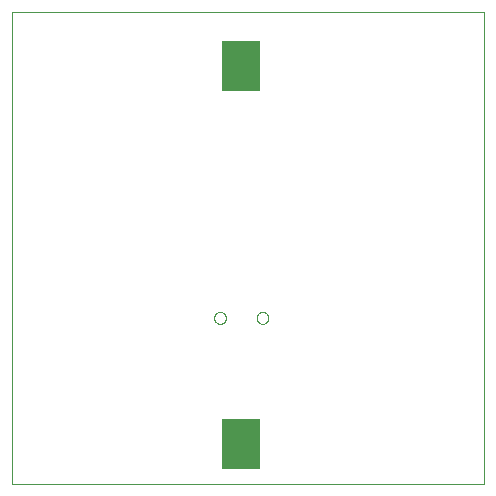
<source format=gbp>
G75*
%MOIN*%
%OFA0B0*%
%FSLAX25Y25*%
%IPPOS*%
%LPD*%
%AMOC8*
5,1,8,0,0,1.08239X$1,22.5*
%
%ADD10C,0.00000*%
%ADD11R,0.12800X0.17000*%
D10*
X0004867Y0001000D02*
X0004867Y0158480D01*
X0162347Y0158480D01*
X0162347Y0001000D01*
X0004867Y0001000D01*
X0072307Y0056433D02*
X0072309Y0056521D01*
X0072315Y0056609D01*
X0072325Y0056697D01*
X0072339Y0056785D01*
X0072356Y0056871D01*
X0072378Y0056957D01*
X0072403Y0057041D01*
X0072433Y0057125D01*
X0072465Y0057207D01*
X0072502Y0057287D01*
X0072542Y0057366D01*
X0072586Y0057443D01*
X0072633Y0057518D01*
X0072683Y0057590D01*
X0072737Y0057661D01*
X0072793Y0057728D01*
X0072853Y0057794D01*
X0072915Y0057856D01*
X0072981Y0057916D01*
X0073048Y0057972D01*
X0073119Y0058026D01*
X0073191Y0058076D01*
X0073266Y0058123D01*
X0073343Y0058167D01*
X0073422Y0058207D01*
X0073502Y0058244D01*
X0073584Y0058276D01*
X0073668Y0058306D01*
X0073752Y0058331D01*
X0073838Y0058353D01*
X0073924Y0058370D01*
X0074012Y0058384D01*
X0074100Y0058394D01*
X0074188Y0058400D01*
X0074276Y0058402D01*
X0074364Y0058400D01*
X0074452Y0058394D01*
X0074540Y0058384D01*
X0074628Y0058370D01*
X0074714Y0058353D01*
X0074800Y0058331D01*
X0074884Y0058306D01*
X0074968Y0058276D01*
X0075050Y0058244D01*
X0075130Y0058207D01*
X0075209Y0058167D01*
X0075286Y0058123D01*
X0075361Y0058076D01*
X0075433Y0058026D01*
X0075504Y0057972D01*
X0075571Y0057916D01*
X0075637Y0057856D01*
X0075699Y0057794D01*
X0075759Y0057728D01*
X0075815Y0057661D01*
X0075869Y0057590D01*
X0075919Y0057518D01*
X0075966Y0057443D01*
X0076010Y0057366D01*
X0076050Y0057287D01*
X0076087Y0057207D01*
X0076119Y0057125D01*
X0076149Y0057041D01*
X0076174Y0056957D01*
X0076196Y0056871D01*
X0076213Y0056785D01*
X0076227Y0056697D01*
X0076237Y0056609D01*
X0076243Y0056521D01*
X0076245Y0056433D01*
X0076243Y0056345D01*
X0076237Y0056257D01*
X0076227Y0056169D01*
X0076213Y0056081D01*
X0076196Y0055995D01*
X0076174Y0055909D01*
X0076149Y0055825D01*
X0076119Y0055741D01*
X0076087Y0055659D01*
X0076050Y0055579D01*
X0076010Y0055500D01*
X0075966Y0055423D01*
X0075919Y0055348D01*
X0075869Y0055276D01*
X0075815Y0055205D01*
X0075759Y0055138D01*
X0075699Y0055072D01*
X0075637Y0055010D01*
X0075571Y0054950D01*
X0075504Y0054894D01*
X0075433Y0054840D01*
X0075361Y0054790D01*
X0075286Y0054743D01*
X0075209Y0054699D01*
X0075130Y0054659D01*
X0075050Y0054622D01*
X0074968Y0054590D01*
X0074884Y0054560D01*
X0074800Y0054535D01*
X0074714Y0054513D01*
X0074628Y0054496D01*
X0074540Y0054482D01*
X0074452Y0054472D01*
X0074364Y0054466D01*
X0074276Y0054464D01*
X0074188Y0054466D01*
X0074100Y0054472D01*
X0074012Y0054482D01*
X0073924Y0054496D01*
X0073838Y0054513D01*
X0073752Y0054535D01*
X0073668Y0054560D01*
X0073584Y0054590D01*
X0073502Y0054622D01*
X0073422Y0054659D01*
X0073343Y0054699D01*
X0073266Y0054743D01*
X0073191Y0054790D01*
X0073119Y0054840D01*
X0073048Y0054894D01*
X0072981Y0054950D01*
X0072915Y0055010D01*
X0072853Y0055072D01*
X0072793Y0055138D01*
X0072737Y0055205D01*
X0072683Y0055276D01*
X0072633Y0055348D01*
X0072586Y0055423D01*
X0072542Y0055500D01*
X0072502Y0055579D01*
X0072465Y0055659D01*
X0072433Y0055741D01*
X0072403Y0055825D01*
X0072378Y0055909D01*
X0072356Y0055995D01*
X0072339Y0056081D01*
X0072325Y0056169D01*
X0072315Y0056257D01*
X0072309Y0056345D01*
X0072307Y0056433D01*
X0086480Y0056433D02*
X0086482Y0056521D01*
X0086488Y0056609D01*
X0086498Y0056697D01*
X0086512Y0056785D01*
X0086529Y0056871D01*
X0086551Y0056957D01*
X0086576Y0057041D01*
X0086606Y0057125D01*
X0086638Y0057207D01*
X0086675Y0057287D01*
X0086715Y0057366D01*
X0086759Y0057443D01*
X0086806Y0057518D01*
X0086856Y0057590D01*
X0086910Y0057661D01*
X0086966Y0057728D01*
X0087026Y0057794D01*
X0087088Y0057856D01*
X0087154Y0057916D01*
X0087221Y0057972D01*
X0087292Y0058026D01*
X0087364Y0058076D01*
X0087439Y0058123D01*
X0087516Y0058167D01*
X0087595Y0058207D01*
X0087675Y0058244D01*
X0087757Y0058276D01*
X0087841Y0058306D01*
X0087925Y0058331D01*
X0088011Y0058353D01*
X0088097Y0058370D01*
X0088185Y0058384D01*
X0088273Y0058394D01*
X0088361Y0058400D01*
X0088449Y0058402D01*
X0088537Y0058400D01*
X0088625Y0058394D01*
X0088713Y0058384D01*
X0088801Y0058370D01*
X0088887Y0058353D01*
X0088973Y0058331D01*
X0089057Y0058306D01*
X0089141Y0058276D01*
X0089223Y0058244D01*
X0089303Y0058207D01*
X0089382Y0058167D01*
X0089459Y0058123D01*
X0089534Y0058076D01*
X0089606Y0058026D01*
X0089677Y0057972D01*
X0089744Y0057916D01*
X0089810Y0057856D01*
X0089872Y0057794D01*
X0089932Y0057728D01*
X0089988Y0057661D01*
X0090042Y0057590D01*
X0090092Y0057518D01*
X0090139Y0057443D01*
X0090183Y0057366D01*
X0090223Y0057287D01*
X0090260Y0057207D01*
X0090292Y0057125D01*
X0090322Y0057041D01*
X0090347Y0056957D01*
X0090369Y0056871D01*
X0090386Y0056785D01*
X0090400Y0056697D01*
X0090410Y0056609D01*
X0090416Y0056521D01*
X0090418Y0056433D01*
X0090416Y0056345D01*
X0090410Y0056257D01*
X0090400Y0056169D01*
X0090386Y0056081D01*
X0090369Y0055995D01*
X0090347Y0055909D01*
X0090322Y0055825D01*
X0090292Y0055741D01*
X0090260Y0055659D01*
X0090223Y0055579D01*
X0090183Y0055500D01*
X0090139Y0055423D01*
X0090092Y0055348D01*
X0090042Y0055276D01*
X0089988Y0055205D01*
X0089932Y0055138D01*
X0089872Y0055072D01*
X0089810Y0055010D01*
X0089744Y0054950D01*
X0089677Y0054894D01*
X0089606Y0054840D01*
X0089534Y0054790D01*
X0089459Y0054743D01*
X0089382Y0054699D01*
X0089303Y0054659D01*
X0089223Y0054622D01*
X0089141Y0054590D01*
X0089057Y0054560D01*
X0088973Y0054535D01*
X0088887Y0054513D01*
X0088801Y0054496D01*
X0088713Y0054482D01*
X0088625Y0054472D01*
X0088537Y0054466D01*
X0088449Y0054464D01*
X0088361Y0054466D01*
X0088273Y0054472D01*
X0088185Y0054482D01*
X0088097Y0054496D01*
X0088011Y0054513D01*
X0087925Y0054535D01*
X0087841Y0054560D01*
X0087757Y0054590D01*
X0087675Y0054622D01*
X0087595Y0054659D01*
X0087516Y0054699D01*
X0087439Y0054743D01*
X0087364Y0054790D01*
X0087292Y0054840D01*
X0087221Y0054894D01*
X0087154Y0054950D01*
X0087088Y0055010D01*
X0087026Y0055072D01*
X0086966Y0055138D01*
X0086910Y0055205D01*
X0086856Y0055276D01*
X0086806Y0055348D01*
X0086759Y0055423D01*
X0086715Y0055500D01*
X0086675Y0055579D01*
X0086638Y0055659D01*
X0086606Y0055741D01*
X0086576Y0055825D01*
X0086551Y0055909D01*
X0086529Y0055995D01*
X0086512Y0056081D01*
X0086498Y0056169D01*
X0086488Y0056257D01*
X0086482Y0056345D01*
X0086480Y0056433D01*
D11*
X0081245Y0014386D03*
X0081245Y0140370D03*
M02*

</source>
